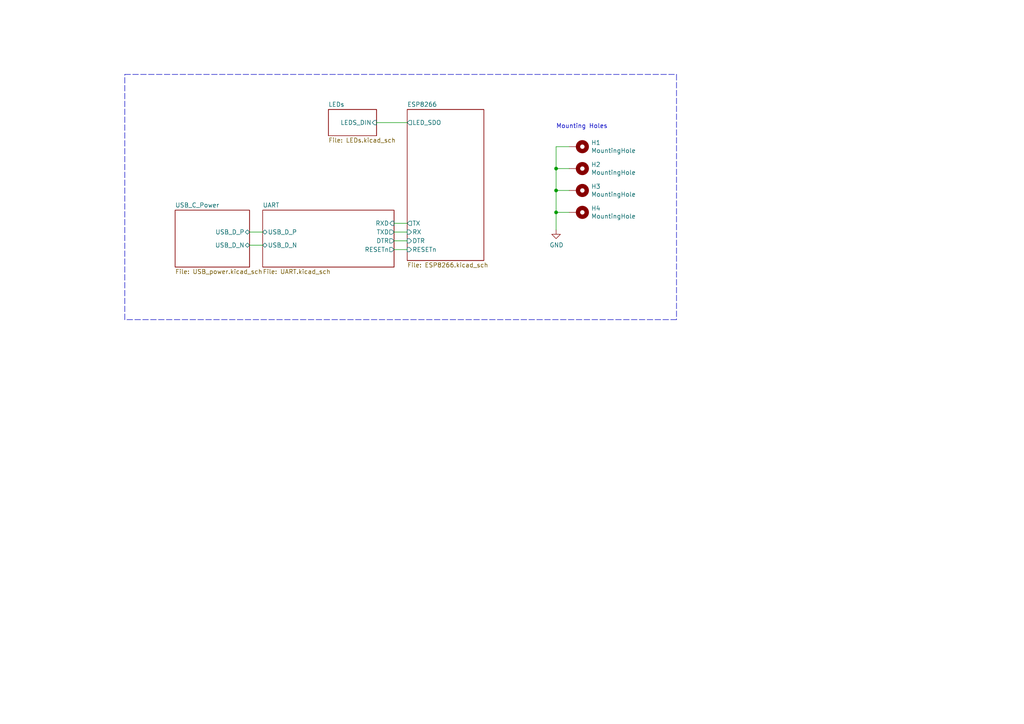
<source format=kicad_sch>
(kicad_sch (version 20211123) (generator eeschema)
  (paper "A4")
  (lib_symbols
    (symbol "Mechanical:MountingHole_Pad" (pin_numbers hide) (pin_names (offset 1.016) hide)
      (property "Reference" "H" (at 0 6.35 0))
      (property "Value" "MountingHole_Pad" (at 0 4.445 0))
      (symbol "MountingHole_Pad_0_1"
        (circle (center 0 1.27) (radius 1.27) (stroke (width 1.27)))
      )
      (symbol "MountingHole_Pad_1_1"
        (pin input line (at 0 -2.54 90) (length 2.54) (name "1") (number "1"))
      )
    )
    (symbol "power:GND" (power) (pin_names (offset 0))
      (property "Value" "GND" (at 0 -3.81 0))
      (symbol "GND_0_1"
        (polyline (pts (xy 0 0) (xy 0 -1.27) (xy 1.27 -1.27) (xy 0 -2.54) (xy -1.27 -1.27) (xy 0 -1.27)))
      )
      (symbol "GND_1_1"
        (pin power_in line (at 0 0 270) (length 0) hide (name "GND") (number "1"))
      )
    )
  )
  (junction (at 161.29 55.245))
  (junction (at 161.29 48.895))
  (junction (at 161.29 61.595))
  (wire (pts (xy 165.1 48.895) (xy 161.29 48.895)))
  (polyline (pts (xy 196.215 21.59) (xy 196.215 92.71)))
  (wire (pts (xy 161.29 55.245) (xy 161.29 61.595)))
  (wire (pts (xy 165.1 61.595) (xy 161.29 61.595)))
  (wire (pts (xy 72.39 67.31) (xy 76.2 67.31)))
  (wire (pts (xy 161.29 61.595) (xy 161.29 66.675)))
  (wire (pts (xy 114.3 69.85) (xy 118.11 69.85)))
  (polyline (pts (xy 36.195 92.71) (xy 36.195 21.59)))
  (wire (pts (xy 114.3 72.39) (xy 118.11 72.39)))
  (polyline (pts (xy 36.195 21.59) (xy 196.215 21.59)))
  (wire (pts (xy 114.3 67.31) (xy 118.11 67.31)))
  (wire (pts (xy 165.1 42.545) (xy 161.29 42.545)))
  (wire (pts (xy 114.3 64.77) (xy 118.11 64.77)))
  (wire (pts (xy 109.22 35.56) (xy 118.11 35.56)))
  (wire (pts (xy 161.29 48.895) (xy 161.29 55.245)))
  (polyline (pts (xy 196.215 92.71) (xy 36.195 92.71)))
  (wire (pts (xy 161.29 42.545) (xy 161.29 48.895)))
  (wire (pts (xy 165.1 55.245) (xy 161.29 55.245)))
  (wire (pts (xy 72.39 71.12) (xy 76.2 71.12)))
  (text "Mounting Holes\n" (at 161.29 37.465 0) (effects (font (size 1.27 1.27)) (justify left bottom)))
  (symbol (lib_id "Mechanical:MountingHole_Pad") (at 167.64 42.545 270) (unit 1)
    (property "Reference" "H1" (at 171.45 41.3766 90) (effects (justify left)))
    (property "Value" "MountingHole" (at 171.45 43.688 90) (effects (justify left)))
    (property "Footprint" "MountingHole:MountingHole_3.5mm_Pad" (effects hide))
  )
  (symbol (lib_id "Mechanical:MountingHole_Pad") (at 167.64 48.895 270) (unit 1)
    (property "Reference" "H2" (at 171.45 47.7266 90) (effects (justify left)))
    (property "Value" "MountingHole" (at 171.45 50.038 90) (effects (justify left)))
    (property "Footprint" "MountingHole:MountingHole_3.5mm_Pad" (effects hide))
  )
  (symbol (lib_id "Mechanical:MountingHole_Pad") (at 167.64 55.245 270) (unit 1)
    (property "Reference" "H3" (at 171.45 54.0766 90) (effects (justify left)))
    (property "Value" "MountingHole" (at 171.45 56.388 90) (effects (justify left)))
    (property "Footprint" "MountingHole:MountingHole_3.5mm_Pad" (effects hide))
  )
  (symbol (lib_id "Mechanical:MountingHole_Pad") (at 167.64 61.595 270) (unit 1)
    (property "Reference" "H4" (at 171.45 60.4266 90) (effects (justify left)))
    (property "Value" "MountingHole" (at 171.45 62.738 90) (effects (justify left)))
    (property "Footprint" "MountingHole:MountingHole_3.5mm_Pad" (effects hide))
  )
  (symbol (lib_id "power:GND") (at 161.29 66.675 0) (unit 1)
    (property "Reference" "#PWR01" (effects hide))
    (property "Value" "GND" (at 161.417 71.0692 0))
  )
  (sheet (at 95.25 31.75) (size 13.97 7.62)
    (property "Sheet name" "LEDs" (at 95.25 31.0384 0) (effects (justify left bottom)))
    (property "Sheet file" "LEDs.kicad_sch" (at 95.25 39.9546 0) (effects (justify left top)))
    (pin "LEDS_DIN" input (at 109.22 35.56 0))
  )
  (sheet (at 118.11 31.75) (size 22.225 43.815)
    (property "Sheet name" "ESP8266" (at 118.11 31.0384 0) (effects (justify left bottom)))
    (property "Sheet file" "ESP8266.kicad_sch" (at 118.11 76.1496 0) (effects (justify left top)))
    (pin "LED_SDO" output (at 118.11 35.56 180))
    (pin "TX" output (at 118.11 64.77 180))
    (pin "RX" input (at 118.11 67.31 180))
    (pin "DTR" input (at 118.11 69.85 180))
    (pin "RESETn" input (at 118.11 72.39 180))
  )
  (sheet (at 50.8 60.96) (size 21.59 16.51)
    (property "Sheet name" "USB_C_Power" (at 50.8 60.2484 0) (effects (justify left bottom)))
    (property "Sheet file" "USB_power.kicad_sch" (at 50.8 78.0546 0) (effects (justify left top)))
    (pin "USB_D_N" bidirectional (at 72.39 71.12 0))
    (pin "USB_D_P" bidirectional (at 72.39 67.31 0))
  )
  (sheet (at 76.2 60.96) (size 38.1 16.51)
    (property "Sheet name" "UART" (at 76.2 60.2484 0) (effects (justify left bottom)))
    (property "Sheet file" "UART.kicad_sch" (at 76.2 78.0546 0) (effects (justify left top)))
    (pin "TXD" output (at 114.3 67.31 0))
    (pin "RXD" input (at 114.3 64.77 0))
    (pin "RESETn" output (at 114.3 72.39 0))
    (pin "DTR" output (at 114.3 69.85 0))
    (pin "USB_D_P" bidirectional (at 76.2 67.31 180))
    (pin "USB_D_N" bidirectional (at 76.2 71.12 180))
  )
)
</source>
